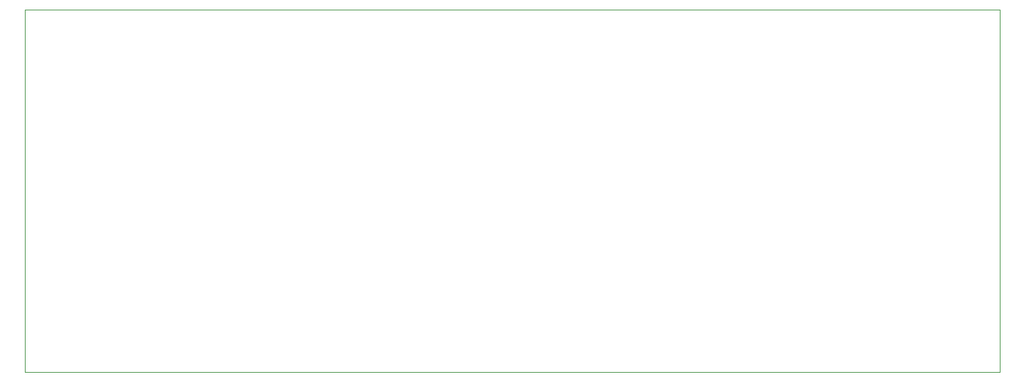
<source format=gbr>
%TF.GenerationSoftware,KiCad,Pcbnew,(5.1.9)-1*%
%TF.CreationDate,2021-01-17T12:11:35+11:00*%
%TF.ProjectId,SIMMCON,53494d4d-434f-44e2-9e6b-696361645f70,rev?*%
%TF.SameCoordinates,Original*%
%TF.FileFunction,Profile,NP*%
%FSLAX46Y46*%
G04 Gerber Fmt 4.6, Leading zero omitted, Abs format (unit mm)*
G04 Created by KiCad (PCBNEW (5.1.9)-1) date 2021-01-17 12:11:35*
%MOMM*%
%LPD*%
G01*
G04 APERTURE LIST*
%TA.AperFunction,Profile*%
%ADD10C,0.050000*%
%TD*%
G04 APERTURE END LIST*
D10*
X39370000Y-95250000D02*
X158750000Y-95250000D01*
X39370000Y-139700000D02*
X39370000Y-95250000D01*
X158750000Y-139700000D02*
X39370000Y-139700000D01*
X158750000Y-95250000D02*
X158750000Y-139700000D01*
M02*

</source>
